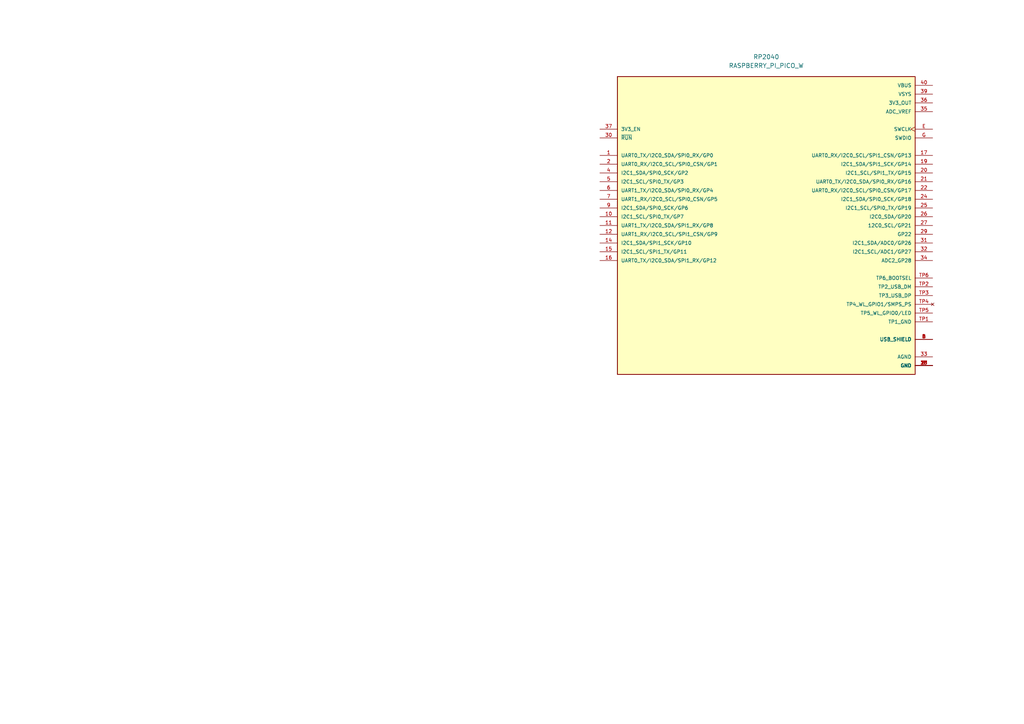
<source format=kicad_sch>
(kicad_sch (version 20211123) (generator eeschema)
  (paper "A4")
  (lib_symbols
    (symbol "RaspberryPicow:RASPBERRY_PI_PICO_W" (pin_names (offset 1.016))
      (property "Reference" "U" (at -43.18 44.069 0))
      (property "Value" "RASPBERRY_PI_PICO_W" (at -43.18 -45.72 0))
      (symbol "RASPBERRY_PI_PICO_W_0_0"
        (rectangle (start -43.18 -43.18) (end 43.18 43.18) (stroke (width 0.254)) (fill (type background)))
        (pin bidirectional line (at -48.26 20.32 0) (length 5.08) (name "UART0_TX/I2C0_SDA/SPI0_RX/GP0") (number "1"))
        (pin bidirectional line (at -48.26 2.54 0) (length 5.08) (name "I2C1_SCL/SPI0_TX/GP7") (number "10"))
        (pin bidirectional line (at -48.26 0 0) (length 5.08) (name "UART1_TX/I2C0_SDA/SPI1_RX/GP8") (number "11"))
        (pin bidirectional line (at -48.26 -2.54 0) (length 5.08) (name "UART1_RX/I2C0_SCL/SPI1_CSN/GP9") (number "12"))
        (pin power_in line (at 48.26 -40.64 180) (length 5.08) (name "GND") (number "13"))
        (pin bidirectional line (at -48.26 -5.08 0) (length 5.08) (name "I2C1_SDA/SPI1_SCK/GP10") (number "14"))
        (pin bidirectional line (at -48.26 -7.62 0) (length 5.08) (name "I2C1_SCL/SPI1_TX/GP11") (number "15"))
        (pin bidirectional line (at -48.26 -10.16 0) (length 5.08) (name "UART0_TX/I2C0_SDA/SPI1_RX/GP12") (number "16"))
        (pin bidirectional line (at 48.26 20.32 180) (length 5.08) (name "UART0_RX/I2C0_SCL/SPI1_CSN/GP13") (number "17"))
        (pin power_in line (at 48.26 -40.64 180) (length 5.08) (name "GND") (number "18"))
        (pin bidirectional line (at 48.26 17.78 180) (length 5.08) (name "I2C1_SDA/SPI1_SCK/GP14") (number "19"))
        (pin bidirectional line (at -48.26 17.78 0) (length 5.08) (name "UART0_RX/I2C0_SCL/SPI0_CSN/GP1") (number "2"))
        (pin bidirectional line (at 48.26 15.24 180) (length 5.08) (name "I2C1_SCL/SPI1_TX/GP15") (number "20"))
        (pin bidirectional line (at 48.26 12.7 180) (length 5.08) (name "UART0_TX/I2C0_SDA/SPI0_RX/GP16") (number "21"))
        (pin bidirectional line (at 48.26 10.16 180) (length 5.08) (name "UART0_RX/I2C0_SCL/SPI0_CSN/GP17") (number "22"))
        (pin power_in line (at 48.26 -40.64 180) (length 5.08) (name "GND") (number "23"))
        (pin bidirectional line (at 48.26 7.62 180) (length 5.08) (name "I2C1_SDA/SPI0_SCK/GP18") (number "24"))
        (pin bidirectional line (at 48.26 5.08 180) (length 5.08) (name "I2C1_SCL/SPI0_TX/GP19") (number "25"))
        (pin bidirectional line (at 48.26 2.54 180) (length 5.08) (name "I2C0_SDA/GP20") (number "26"))
        (pin bidirectional line (at 48.26 0 180) (length 5.08) (name "12C0_SCL/GP21") (number "27"))
        (pin power_in line (at 48.26 -40.64 180) (length 5.08) (name "GND") (number "28"))
        (pin bidirectional line (at 48.26 -2.54 180) (length 5.08) (name "GP22") (number "29"))
        (pin power_in line (at 48.26 -40.64 180) (length 5.08) (name "GND") (number "3"))
        (pin input line (at -48.26 25.4 0) (length 5.08) (name "~{RUN}") (number "30"))
        (pin bidirectional line (at 48.26 -5.08 180) (length 5.08) (name "I2C1_SDA/ADC0/GP26") (number "31"))
        (pin bidirectional line (at 48.26 -7.62 180) (length 5.08) (name "I2C1_SCL/ADC1/GP27") (number "32"))
        (pin power_in line (at 48.26 -38.1 180) (length 5.08) (name "AGND") (number "33"))
        (pin bidirectional line (at 48.26 -10.16 180) (length 5.08) (name "ADC2_GP28") (number "34"))
        (pin power_in line (at 48.26 33.02 180) (length 5.08) (name "ADC_VREF") (number "35"))
        (pin power_in line (at 48.26 35.56 180) (length 5.08) (name "3V3_OUT") (number "36"))
        (pin input line (at -48.26 27.94 0) (length 5.08) (name "3V3_EN") (number "37"))
        (pin power_in line (at 48.26 -40.64 180) (length 5.08) (name "GND") (number "38"))
        (pin power_in line (at 48.26 38.1 180) (length 5.08) (name "VSYS") (number "39"))
        (pin bidirectional line (at -48.26 15.24 0) (length 5.08) (name "I2C1_SDA/SPI0_SCK/GP2") (number "4"))
        (pin power_in line (at 48.26 40.64 180) (length 5.08) (name "VBUS") (number "40"))
        (pin bidirectional line (at -48.26 12.7 0) (length 5.08) (name "I2C1_SCL/SPI0_TX/GP3") (number "5"))
        (pin bidirectional line (at -48.26 10.16 0) (length 5.08) (name "UART1_TX/I2C0_SDA/SPI0_RX/GP4") (number "6"))
        (pin bidirectional line (at -48.26 7.62 0) (length 5.08) (name "UART1_RX/I2C0_SCL/SPI0_CSN/GP5") (number "7"))
        (pin power_in line (at 48.26 -40.64 180) (length 5.08) (name "GND") (number "8"))
        (pin bidirectional line (at -48.26 5.08 0) (length 5.08) (name "I2C1_SDA/SPI0_SCK/GP6") (number "9"))
        (pin power_in line (at 48.26 -33.02 180) (length 5.08) (name "USB_SHIELD") (number "A"))
        (pin power_in line (at 48.26 -33.02 180) (length 5.08) (name "USB_SHIELD") (number "B"))
        (pin power_in line (at 48.26 -33.02 180) (length 5.08) (name "USB_SHIELD") (number "C"))
        (pin power_in line (at 48.26 -33.02 180) (length 5.08) (name "USB_SHIELD") (number "D"))
        (pin input clock (at 48.26 27.94 180) (length 5.08) (name "SWCLK") (number "E"))
        (pin power_in line (at 48.26 -40.64 180) (length 5.08) (name "GND") (number "F"))
        (pin bidirectional line (at 48.26 25.4 180) (length 5.08) (name "SWDIO") (number "G"))
        (pin power_in line (at 48.26 -27.94 180) (length 5.08) (name "TP1_GND") (number "TP1"))
        (pin bidirectional line (at 48.26 -17.78 180) (length 5.08) (name "TP2_USB_DM") (number "TP2"))
        (pin bidirectional line (at 48.26 -20.32 180) (length 5.08) (name "TP3_USB_DP") (number "TP3"))
        (pin no_connect line (at 48.26 -22.86 180) (length 5.08) (name "TP4_WL_GPIO1/SMPS_PS") (number "TP4"))
        (pin bidirectional line (at 48.26 -25.4 180) (length 5.08) (name "TP5_WL_GPIO0/LED") (number "TP5"))
        (pin input line (at 48.26 -15.24 180) (length 5.08) (name "TP6_BOOTSEL") (number "TP6"))
      )
    )
  )
  (symbol (lib_id "RaspberryPicow:RASPBERRY_PI_PICO_W") (at 222.25 65.405 0) (unit 1)
    (property "Reference" "RP2040" (at 222.25 16.51 0))
    (property "Value" "RASPBERRY_PI_PICO_W" (at 222.25 19.05 0))
    (property "Footprint" "RaspberryPicoW:MODULE_RASPBERRY_PI_PICO_W" (effects hide))
    (property "MF" "Raspberry Pi" (effects hide))
    (property "Description" "\n                        \n                            Raspberry Pi Board, Arm Cortex-M0+; Silicon Manufacturer:Raspberry Pi; No. Of Bits:32Bit; Silicon Family Name:-; Core Architecture:Arm; Core Sub-Architecture:Cortex-M0+; Silicon Core Number:Rp2040; Product Range:Raspberry Pi Pico Rohs Compliant: Yes |Raspberry-Pi RASPBERRY PI PICO W\n                        \n" (effects hide))
    (property "Package" "None" (effects hide))
    (property "Price" "None" (effects hide))
    (property "Check_prices" "https://www.snapeda.com/parts/RASPBERRY%20PI%20PICO%20W/Raspberry+Pi/view-part/?ref=eda" (effects hide))
    (property "STANDARD" "Manufacturer Recommendations" (effects hide))
    (property "PARTREV" "2.4" (effects hide))
    (property "SnapEDA_Link" "https://www.snapeda.com/parts/RASPBERRY%20PI%20PICO%20W/Raspberry+Pi/view-part/?ref=snap" (effects hide))
    (property "MP" "RASPBERRY PI PICO W" (effects hide))
    (property "Availability" "Not in stock" (effects hide))
    (property "MANUFACTURER" "Raspberry Pi" (effects hide))
  )
)
</source>
